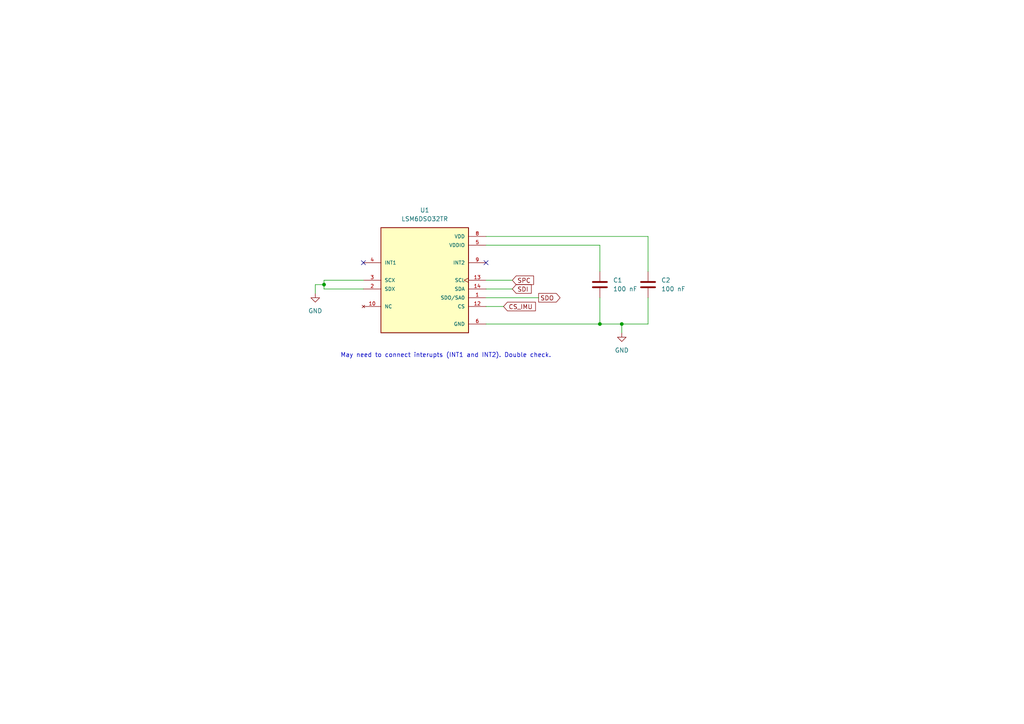
<source format=kicad_sch>
(kicad_sch (version 20250114) (generator "eeschema") (generator_version "9.0")
  (paper "A4")
  (lib_symbols
    (symbol "Device:C" (pin_numbers (hide yes)) (pin_names (offset 0.254))
      (property "Reference" "C" (at 0.635 2.54 0))
      (property "Value" "C" (at 0.635 -2.54 0))
      (symbol "C_0_1"
        (polyline (pts (xy -2.032 0.762) (xy 2.032 0.762)) (stroke (width 0.508)))
        (polyline (pts (xy -2.032 -0.762) (xy 2.032 -0.762)) (stroke (width 0.508)))
      )
      (symbol "C_1_1"
        (pin passive line (at 0 3.81 270) (length 2.794) (name "~") (number "1"))
        (pin passive line (at 0 -3.81 90) (length 2.794) (name "~") (number "2"))
      )
    )
    (symbol "LSM6DSO32:LSM6DSO32TR" (pin_names (offset 1.016))
      (property "Reference" "U" (at -12.7 16.002 0))
      (property "Value" "LSM6DSO32TR" (at -12.7 -17.78 0))
      (symbol "LSM6DSO32TR_0_0"
        (rectangle (start -12.7 -15.24) (end 12.7 15.24) (stroke (width 0.254)) (fill (type background)))
        (pin input line (at -17.78 5.08 0) (length 5.08) (name "INT1") (number "4"))
        (pin passive line (at -17.78 0 0) (length 5.08) (name "SCX") (number "3"))
        (pin passive line (at -17.78 -2.54 0) (length 5.08) (name "SDX") (number "2"))
        (pin no_connect line (at -17.78 -7.62 0) (length 5.08) (name "NC") (number "10"))
        (pin no_connect line (at -17.78 -7.62 0) (length 5.08) (hide yes) (name "NC") (number "11"))
        (pin power_in line (at 17.78 12.7 180) (length 5.08) (name "VDD") (number "8"))
        (pin power_in line (at 17.78 10.16 180) (length 5.08) (name "VDDIO") (number "5"))
        (pin output line (at 17.78 5.08 180) (length 5.08) (name "INT2") (number "9"))
        (pin input clock (at 17.78 0 180) (length 5.08) (name "SCL") (number "13"))
        (pin bidirectional line (at 17.78 -2.54 180) (length 5.08) (name "SDA") (number "14"))
        (pin bidirectional line (at 17.78 -5.08 180) (length 5.08) (name "SDO/SA0") (number "1"))
        (pin input line (at 17.78 -7.62 180) (length 5.08) (name "CS") (number "12"))
        (pin power_in line (at 17.78 -12.7 180) (length 5.08) (name "GND") (number "6"))
        (pin power_in line (at 17.78 -12.7 180) (length 5.08) (hide yes) (name "GND") (number "7"))
      )
    )
    (symbol "power:GND" (power) (pin_numbers (hide yes)) (pin_names (offset 0) (hide yes))
      (property "Value" "GND" (at 0 -3.81 0))
      (symbol "GND_0_1"
        (polyline (pts (xy 0 0) (xy 0 -1.27) (xy 1.27 -1.27) (xy 0 -2.54) (xy -1.27 -1.27) (xy 0 -1.27)))
      )
      (symbol "GND_1_1"
        (pin power_in line (at 0 0 270) (length 0) (name "~") (number "1"))
      )
    )
  )
  (text "May need to connect interupts (INT1 and INT2). Double check. " (at 129.794 103.124 0) (effects (font (size 1.27 1.27))))
  (junction (at 173.99 93.98))
  (junction (at 180.34 93.98))
  (junction (at 93.98 82.55))
  (no_connect (at 140.97 76.2))
  (no_connect (at 105.41 76.2))
  (wire (pts (xy 140.97 68.58) (xy 187.96 68.58)))
  (wire (pts (xy 140.97 71.12) (xy 173.99 71.12)))
  (wire (pts (xy 140.97 86.36) (xy 156.21 86.36)))
  (wire (pts (xy 140.97 83.82) (xy 148.59 83.82)))
  (wire (pts (xy 180.34 93.98) (xy 173.99 93.98)))
  (wire (pts (xy 187.96 93.98) (xy 180.34 93.98)))
  (wire (pts (xy 105.41 81.28) (xy 93.98 81.28)))
  (wire (pts (xy 173.99 71.12) (xy 173.99 78.74)))
  (wire (pts (xy 187.96 86.36) (xy 187.96 93.98)))
  (wire (pts (xy 140.97 93.98) (xy 173.99 93.98)))
  (wire (pts (xy 93.98 83.82) (xy 105.41 83.82)))
  (wire (pts (xy 140.97 81.28) (xy 148.59 81.28)))
  (wire (pts (xy 93.98 82.55) (xy 93.98 83.82)))
  (wire (pts (xy 180.34 93.98) (xy 180.34 96.52)))
  (wire (pts (xy 173.99 86.36) (xy 173.99 93.98)))
  (wire (pts (xy 91.44 85.09) (xy 91.44 82.55)))
  (wire (pts (xy 187.96 68.58) (xy 187.96 78.74)))
  (wire (pts (xy 91.44 82.55) (xy 93.98 82.55)))
  (wire (pts (xy 140.97 88.9) (xy 146.05 88.9)))
  (wire (pts (xy 93.98 81.28) (xy 93.98 82.55)))
  (global_label "SDI" (shape input) (at 148.59 83.82 0) (property "Intersheetrefs" "${INTERSHEET_REFS}" (effects (hide yes))))
  (global_label "SDO" (shape output) (at 156.21 86.36 0) (property "Intersheetrefs" "${INTERSHEET_REFS}" (effects (hide yes))))
  (global_label "SPC" (shape input) (at 148.59 81.28 0) (property "Intersheetrefs" "${INTERSHEET_REFS}" (effects (hide yes))))
  (global_label "CS_IMU" (shape input) (at 146.05 88.9 0) (property "Intersheetrefs" "${INTERSHEET_REFS}" (effects (hide yes))))
  (symbol (lib_id "Device:C") (at 187.96 82.55 0) (unit 1)
    (property "Reference" "C2" (at 191.77 81.2799 0) (effects (justify left)))
    (property "Value" "100 nF" (at 191.77 83.8199 0) (effects (justify left)))
    (property "Description" "Unpolarized capacitor" (effects (hide yes)))
  )
  (symbol (lib_id "Device:C") (at 173.99 82.55 0) (unit 1)
    (property "Reference" "C1" (at 177.8 81.2799 0) (effects (justify left)))
    (property "Value" "100 nF" (at 177.8 83.8199 0) (effects (justify left)))
    (property "Description" "Unpolarized capacitor" (effects (hide yes)))
  )
  (symbol (lib_id "LSM6DSO32:LSM6DSO32TR") (at 123.19 81.28 0) (unit 1)
    (property "Reference" "U1" (at 123.19 60.96 0))
    (property "Value" "LSM6DSO32TR" (at 123.19 63.5 0))
    (property "Footprint" "LSM6DSO32TR:XDCR_LSM6DSO32TR" (effects (hide yes)))
    (property "MF" "STMicroelectronics" (effects (hide yes)))
    (property "MAXIMUM_PACKAGE_HEIGHT" "0.86mm" (effects (hide yes)))
    (property "Package" "VFLGA-14 STMicroelectronics" (effects (hide yes)))
    (property "Price" "None" (effects (hide yes)))
    (property "Check_prices" "https://www.snapeda.com/parts/LSM6DSO32TR/STMicroelectronics/view-part/?ref=eda" (effects (hide yes)))
    (property "STANDARD" "Manufacturer Recommendations" (effects (hide yes)))
    (property "PARTREV" "1" (effects (hide yes)))
    (property "SnapEDA_Link" "https://www.snapeda.com/parts/LSM6DSO32TR/STMicroelectronics/view-part/?ref=snap" (effects (hide yes)))
    (property "MP" "LSM6DSO32TR" (effects (hide yes)))
    (property "Description_1" "Accelerometer, Gyroscope, Temperature, 6 Axis Sensor I2C, SPI Output" (effects (hide yes)))
    (property "Availability" "In Stock" (effects (hide yes)))
    (property "MANUFACTURER" "STMicroelectronics" (effects (hide yes)))
  )
  (symbol (lib_id "power:GND") (at 91.44 85.09 0) (unit 1)
    (property "Reference" "#PWR02" (effects (hide yes)))
    (property "Value" "GND" (at 91.44 90.17 0))
    (property "Description" "Power symbol creates a global label with name \"GND\" , ground" (effects (hide yes)))
  )
  (symbol (lib_id "power:GND") (at 180.34 96.52 0) (unit 1)
    (property "Reference" "#PWR01" (effects (hide yes)))
    (property "Value" "GND" (at 180.34 101.6 0))
    (property "Description" "Power symbol creates a global label with name \"GND\" , ground" (effects (hide yes)))
  )
)
</source>
